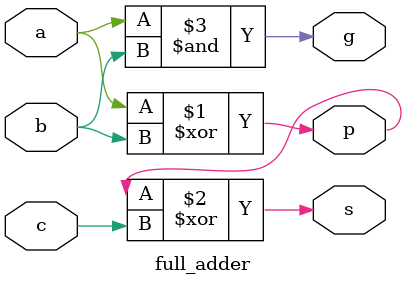
<source format=v>
`timescale 1ns/1ps

module full_adder(
  input  a,
  input  b,
  input  c,  
  output s,
  output p,
  output g
);

  
   assign p = a ^ b;
   assign s = p ^ c;
   assign g = a & b;
   

endmodule

</source>
